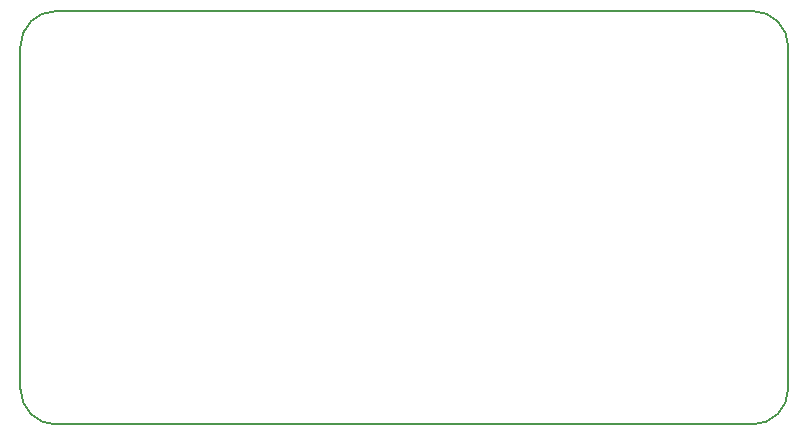
<source format=gm1>
G04 #@! TF.FileFunction,Profile,NP*
%FSLAX46Y46*%
G04 Gerber Fmt 4.6, Leading zero omitted, Abs format (unit mm)*
G04 Created by KiCad (PCBNEW 4.0.6) date Fri Sep  8 15:05:28 2017*
%MOMM*%
%LPD*%
G01*
G04 APERTURE LIST*
%ADD10C,0.100000*%
%ADD11C,0.200000*%
G04 APERTURE END LIST*
D10*
D11*
X200000000Y-132000000D02*
G75*
G03X203000000Y-135000000I3000000J0D01*
G01*
X262000000Y-135000000D02*
G75*
G03X265000000Y-132000000I0J3000000D01*
G01*
X265000000Y-103000000D02*
G75*
G03X262000000Y-100000000I-3000000J0D01*
G01*
X203000000Y-100000000D02*
G75*
G03X200000000Y-103000000I0J-3000000D01*
G01*
X200000000Y-103000000D02*
X200000000Y-132000000D01*
X262000000Y-135000000D02*
X203000000Y-135000000D01*
X265000000Y-103000000D02*
X265000000Y-132000000D01*
X203000000Y-100000000D02*
X262000000Y-100000000D01*
M02*

</source>
